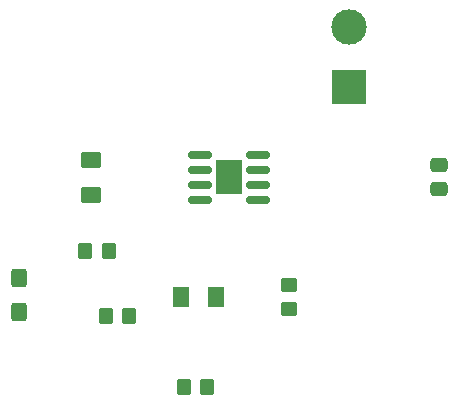
<source format=gbr>
%TF.GenerationSoftware,KiCad,Pcbnew,(6.0.11)*%
%TF.CreationDate,2023-02-16T14:33:20-08:00*%
%TF.ProjectId,Lab 4 Exercise 2,4c616220-3420-4457-9865-726369736520,rev?*%
%TF.SameCoordinates,Original*%
%TF.FileFunction,Soldermask,Top*%
%TF.FilePolarity,Negative*%
%FSLAX46Y46*%
G04 Gerber Fmt 4.6, Leading zero omitted, Abs format (unit mm)*
G04 Created by KiCad (PCBNEW (6.0.11)) date 2023-02-16 14:33:20*
%MOMM*%
%LPD*%
G01*
G04 APERTURE LIST*
G04 Aperture macros list*
%AMRoundRect*
0 Rectangle with rounded corners*
0 $1 Rounding radius*
0 $2 $3 $4 $5 $6 $7 $8 $9 X,Y pos of 4 corners*
0 Add a 4 corners polygon primitive as box body*
4,1,4,$2,$3,$4,$5,$6,$7,$8,$9,$2,$3,0*
0 Add four circle primitives for the rounded corners*
1,1,$1+$1,$2,$3*
1,1,$1+$1,$4,$5*
1,1,$1+$1,$6,$7*
1,1,$1+$1,$8,$9*
0 Add four rect primitives between the rounded corners*
20,1,$1+$1,$2,$3,$4,$5,0*
20,1,$1+$1,$4,$5,$6,$7,0*
20,1,$1+$1,$6,$7,$8,$9,0*
20,1,$1+$1,$8,$9,$2,$3,0*%
G04 Aperture macros list end*
%ADD10RoundRect,0.250000X0.475000X-0.337500X0.475000X0.337500X-0.475000X0.337500X-0.475000X-0.337500X0*%
%ADD11RoundRect,0.250000X0.350000X0.450000X-0.350000X0.450000X-0.350000X-0.450000X0.350000X-0.450000X0*%
%ADD12RoundRect,0.250000X0.425000X-0.537500X0.425000X0.537500X-0.425000X0.537500X-0.425000X-0.537500X0*%
%ADD13RoundRect,0.250000X-0.450000X0.350000X-0.450000X-0.350000X0.450000X-0.350000X0.450000X0.350000X0*%
%ADD14RoundRect,0.250001X-0.624999X0.462499X-0.624999X-0.462499X0.624999X-0.462499X0.624999X0.462499X0*%
%ADD15RoundRect,0.250001X-0.462499X-0.624999X0.462499X-0.624999X0.462499X0.624999X-0.462499X0.624999X0*%
%ADD16R,3.000000X3.000000*%
%ADD17C,3.000000*%
%ADD18RoundRect,0.150000X-0.825000X-0.150000X0.825000X-0.150000X0.825000X0.150000X-0.825000X0.150000X0*%
%ADD19R,2.290000X3.000000*%
G04 APERTURE END LIST*
D10*
%TO.C,C2*%
X167640000Y-100097500D03*
X167640000Y-98022500D03*
%TD*%
D11*
%TO.C,R2*%
X148025000Y-116840000D03*
X146025000Y-116840000D03*
%TD*%
D12*
%TO.C,C1*%
X132080000Y-110485000D03*
X132080000Y-107610000D03*
%TD*%
D13*
%TO.C,R1*%
X154940000Y-108220000D03*
X154940000Y-110220000D03*
%TD*%
D11*
%TO.C,R3*%
X141431192Y-110830000D03*
X139431192Y-110830000D03*
%TD*%
D14*
%TO.C,D2*%
X138212500Y-97572500D03*
X138212500Y-100547500D03*
%TD*%
D15*
%TO.C,D1*%
X145832500Y-109220000D03*
X148807500Y-109220000D03*
%TD*%
D16*
%TO.C,J1*%
X160020000Y-91440000D03*
D17*
X160020000Y-86360000D03*
%TD*%
D11*
%TO.C,R4*%
X139687064Y-105360000D03*
X137687064Y-105360000D03*
%TD*%
D18*
%TO.C,U1*%
X147385000Y-97155000D03*
X147385000Y-98425000D03*
X147385000Y-99695000D03*
X147385000Y-100965000D03*
X152335000Y-100965000D03*
X152335000Y-99695000D03*
X152335000Y-98425000D03*
X152335000Y-97155000D03*
D19*
X149860000Y-99060000D03*
%TD*%
M02*

</source>
